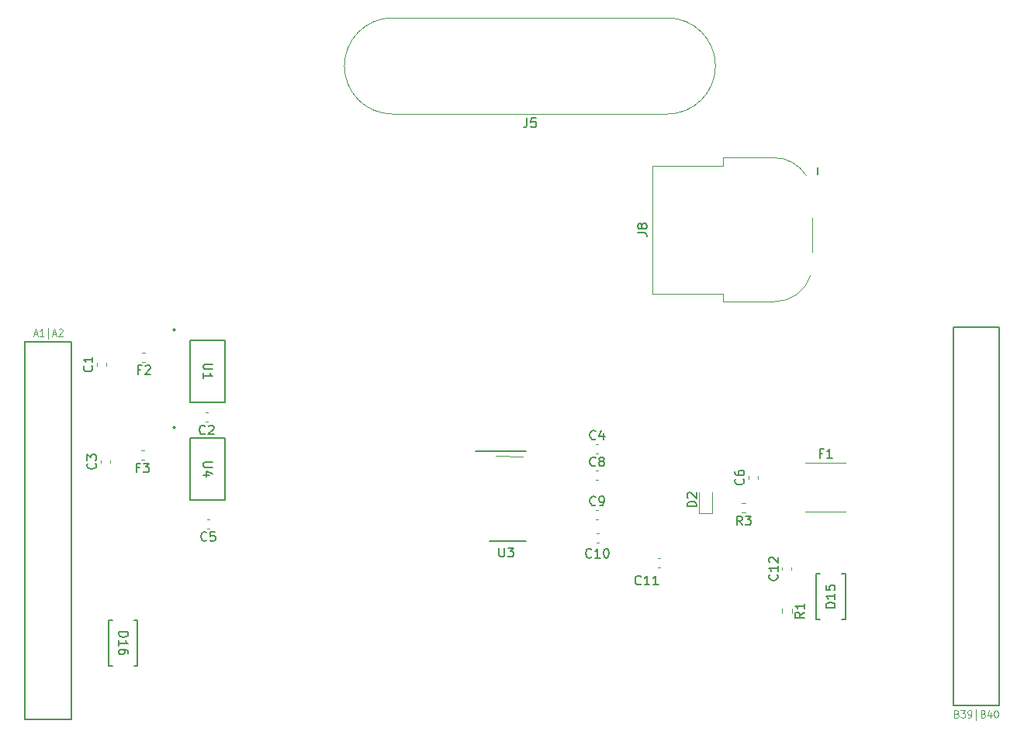
<source format=gbr>
%TF.GenerationSoftware,KiCad,Pcbnew,7.0.7*%
%TF.CreationDate,2024-02-25T13:36:01-08:00*%
%TF.ProjectId,Power-board,506f7765-722d-4626-9f61-72642e6b6963,rev?*%
%TF.SameCoordinates,Original*%
%TF.FileFunction,Legend,Top*%
%TF.FilePolarity,Positive*%
%FSLAX46Y46*%
G04 Gerber Fmt 4.6, Leading zero omitted, Abs format (unit mm)*
G04 Created by KiCad (PCBNEW 7.0.7) date 2024-02-25 13:36:01*
%MOMM*%
%LPD*%
G01*
G04 APERTURE LIST*
%ADD10C,0.150000*%
%ADD11C,0.084375*%
%ADD12C,0.120000*%
%ADD13C,0.152400*%
%ADD14C,0.200000*%
%ADD15C,0.100000*%
%ADD16C,0.127000*%
G04 APERTURE END LIST*
D10*
X131513333Y-78504680D02*
X131465714Y-78552300D01*
X131465714Y-78552300D02*
X131322857Y-78599919D01*
X131322857Y-78599919D02*
X131227619Y-78599919D01*
X131227619Y-78599919D02*
X131084762Y-78552300D01*
X131084762Y-78552300D02*
X130989524Y-78457061D01*
X130989524Y-78457061D02*
X130941905Y-78361823D01*
X130941905Y-78361823D02*
X130894286Y-78171347D01*
X130894286Y-78171347D02*
X130894286Y-78028490D01*
X130894286Y-78028490D02*
X130941905Y-77838014D01*
X130941905Y-77838014D02*
X130989524Y-77742776D01*
X130989524Y-77742776D02*
X131084762Y-77647538D01*
X131084762Y-77647538D02*
X131227619Y-77599919D01*
X131227619Y-77599919D02*
X131322857Y-77599919D01*
X131322857Y-77599919D02*
X131465714Y-77647538D01*
X131465714Y-77647538D02*
X131513333Y-77695157D01*
X132370476Y-77933252D02*
X132370476Y-78599919D01*
X132132381Y-77552300D02*
X131894286Y-78266585D01*
X131894286Y-78266585D02*
X132513333Y-78266585D01*
X142522819Y-85896594D02*
X141522819Y-85896594D01*
X141522819Y-85896594D02*
X141522819Y-85658499D01*
X141522819Y-85658499D02*
X141570438Y-85515642D01*
X141570438Y-85515642D02*
X141665676Y-85420404D01*
X141665676Y-85420404D02*
X141760914Y-85372785D01*
X141760914Y-85372785D02*
X141951390Y-85325166D01*
X141951390Y-85325166D02*
X142094247Y-85325166D01*
X142094247Y-85325166D02*
X142284723Y-85372785D01*
X142284723Y-85372785D02*
X142379961Y-85420404D01*
X142379961Y-85420404D02*
X142475200Y-85515642D01*
X142475200Y-85515642D02*
X142522819Y-85658499D01*
X142522819Y-85658499D02*
X142522819Y-85896594D01*
X141618057Y-84944213D02*
X141570438Y-84896594D01*
X141570438Y-84896594D02*
X141522819Y-84801356D01*
X141522819Y-84801356D02*
X141522819Y-84563261D01*
X141522819Y-84563261D02*
X141570438Y-84468023D01*
X141570438Y-84468023D02*
X141618057Y-84420404D01*
X141618057Y-84420404D02*
X141713295Y-84372785D01*
X141713295Y-84372785D02*
X141808533Y-84372785D01*
X141808533Y-84372785D02*
X141951390Y-84420404D01*
X141951390Y-84420404D02*
X142522819Y-84991832D01*
X142522819Y-84991832D02*
X142522819Y-84372785D01*
X89058333Y-89589580D02*
X89010714Y-89637200D01*
X89010714Y-89637200D02*
X88867857Y-89684819D01*
X88867857Y-89684819D02*
X88772619Y-89684819D01*
X88772619Y-89684819D02*
X88629762Y-89637200D01*
X88629762Y-89637200D02*
X88534524Y-89541961D01*
X88534524Y-89541961D02*
X88486905Y-89446723D01*
X88486905Y-89446723D02*
X88439286Y-89256247D01*
X88439286Y-89256247D02*
X88439286Y-89113390D01*
X88439286Y-89113390D02*
X88486905Y-88922914D01*
X88486905Y-88922914D02*
X88534524Y-88827676D01*
X88534524Y-88827676D02*
X88629762Y-88732438D01*
X88629762Y-88732438D02*
X88772619Y-88684819D01*
X88772619Y-88684819D02*
X88867857Y-88684819D01*
X88867857Y-88684819D02*
X89010714Y-88732438D01*
X89010714Y-88732438D02*
X89058333Y-88780057D01*
X89963095Y-88684819D02*
X89486905Y-88684819D01*
X89486905Y-88684819D02*
X89439286Y-89161009D01*
X89439286Y-89161009D02*
X89486905Y-89113390D01*
X89486905Y-89113390D02*
X89582143Y-89065771D01*
X89582143Y-89065771D02*
X89820238Y-89065771D01*
X89820238Y-89065771D02*
X89915476Y-89113390D01*
X89915476Y-89113390D02*
X89963095Y-89161009D01*
X89963095Y-89161009D02*
X90010714Y-89256247D01*
X90010714Y-89256247D02*
X90010714Y-89494342D01*
X90010714Y-89494342D02*
X89963095Y-89589580D01*
X89963095Y-89589580D02*
X89915476Y-89637200D01*
X89915476Y-89637200D02*
X89820238Y-89684819D01*
X89820238Y-89684819D02*
X89582143Y-89684819D01*
X89582143Y-89684819D02*
X89486905Y-89637200D01*
X89486905Y-89637200D02*
X89439286Y-89589580D01*
X76529580Y-70541666D02*
X76577200Y-70589285D01*
X76577200Y-70589285D02*
X76624819Y-70732142D01*
X76624819Y-70732142D02*
X76624819Y-70827380D01*
X76624819Y-70827380D02*
X76577200Y-70970237D01*
X76577200Y-70970237D02*
X76481961Y-71065475D01*
X76481961Y-71065475D02*
X76386723Y-71113094D01*
X76386723Y-71113094D02*
X76196247Y-71160713D01*
X76196247Y-71160713D02*
X76053390Y-71160713D01*
X76053390Y-71160713D02*
X75862914Y-71113094D01*
X75862914Y-71113094D02*
X75767676Y-71065475D01*
X75767676Y-71065475D02*
X75672438Y-70970237D01*
X75672438Y-70970237D02*
X75624819Y-70827380D01*
X75624819Y-70827380D02*
X75624819Y-70732142D01*
X75624819Y-70732142D02*
X75672438Y-70589285D01*
X75672438Y-70589285D02*
X75720057Y-70541666D01*
X76624819Y-69589285D02*
X76624819Y-70160713D01*
X76624819Y-69874999D02*
X75624819Y-69874999D01*
X75624819Y-69874999D02*
X75767676Y-69970237D01*
X75767676Y-69970237D02*
X75862914Y-70065475D01*
X75862914Y-70065475D02*
X75910533Y-70160713D01*
X81879166Y-70961009D02*
X81545833Y-70961009D01*
X81545833Y-71484819D02*
X81545833Y-70484819D01*
X81545833Y-70484819D02*
X82022023Y-70484819D01*
X82355357Y-70580057D02*
X82402976Y-70532438D01*
X82402976Y-70532438D02*
X82498214Y-70484819D01*
X82498214Y-70484819D02*
X82736309Y-70484819D01*
X82736309Y-70484819D02*
X82831547Y-70532438D01*
X82831547Y-70532438D02*
X82879166Y-70580057D01*
X82879166Y-70580057D02*
X82926785Y-70675295D01*
X82926785Y-70675295D02*
X82926785Y-70770533D01*
X82926785Y-70770533D02*
X82879166Y-70913390D01*
X82879166Y-70913390D02*
X82307738Y-71484819D01*
X82307738Y-71484819D02*
X82926785Y-71484819D01*
X151329580Y-93339857D02*
X151377200Y-93387476D01*
X151377200Y-93387476D02*
X151424819Y-93530333D01*
X151424819Y-93530333D02*
X151424819Y-93625571D01*
X151424819Y-93625571D02*
X151377200Y-93768428D01*
X151377200Y-93768428D02*
X151281961Y-93863666D01*
X151281961Y-93863666D02*
X151186723Y-93911285D01*
X151186723Y-93911285D02*
X150996247Y-93958904D01*
X150996247Y-93958904D02*
X150853390Y-93958904D01*
X150853390Y-93958904D02*
X150662914Y-93911285D01*
X150662914Y-93911285D02*
X150567676Y-93863666D01*
X150567676Y-93863666D02*
X150472438Y-93768428D01*
X150472438Y-93768428D02*
X150424819Y-93625571D01*
X150424819Y-93625571D02*
X150424819Y-93530333D01*
X150424819Y-93530333D02*
X150472438Y-93387476D01*
X150472438Y-93387476D02*
X150520057Y-93339857D01*
X151424819Y-92387476D02*
X151424819Y-92958904D01*
X151424819Y-92673190D02*
X150424819Y-92673190D01*
X150424819Y-92673190D02*
X150567676Y-92768428D01*
X150567676Y-92768428D02*
X150662914Y-92863666D01*
X150662914Y-92863666D02*
X150710533Y-92958904D01*
X150520057Y-92006523D02*
X150472438Y-91958904D01*
X150472438Y-91958904D02*
X150424819Y-91863666D01*
X150424819Y-91863666D02*
X150424819Y-91625571D01*
X150424819Y-91625571D02*
X150472438Y-91530333D01*
X150472438Y-91530333D02*
X150520057Y-91482714D01*
X150520057Y-91482714D02*
X150615295Y-91435095D01*
X150615295Y-91435095D02*
X150710533Y-91435095D01*
X150710533Y-91435095D02*
X150853390Y-91482714D01*
X150853390Y-91482714D02*
X151424819Y-92054142D01*
X151424819Y-92054142D02*
X151424819Y-91435095D01*
X79495180Y-99595514D02*
X80495180Y-99595514D01*
X80495180Y-99595514D02*
X80495180Y-99833609D01*
X80495180Y-99833609D02*
X80447561Y-99976466D01*
X80447561Y-99976466D02*
X80352323Y-100071704D01*
X80352323Y-100071704D02*
X80257085Y-100119323D01*
X80257085Y-100119323D02*
X80066609Y-100166942D01*
X80066609Y-100166942D02*
X79923752Y-100166942D01*
X79923752Y-100166942D02*
X79733276Y-100119323D01*
X79733276Y-100119323D02*
X79638038Y-100071704D01*
X79638038Y-100071704D02*
X79542800Y-99976466D01*
X79542800Y-99976466D02*
X79495180Y-99833609D01*
X79495180Y-99833609D02*
X79495180Y-99595514D01*
X79495180Y-101119323D02*
X79495180Y-100547895D01*
X79495180Y-100833609D02*
X80495180Y-100833609D01*
X80495180Y-100833609D02*
X80352323Y-100738371D01*
X80352323Y-100738371D02*
X80257085Y-100643133D01*
X80257085Y-100643133D02*
X80209466Y-100547895D01*
X80495180Y-101976466D02*
X80495180Y-101785990D01*
X80495180Y-101785990D02*
X80447561Y-101690752D01*
X80447561Y-101690752D02*
X80399942Y-101643133D01*
X80399942Y-101643133D02*
X80257085Y-101547895D01*
X80257085Y-101547895D02*
X80066609Y-101500276D01*
X80066609Y-101500276D02*
X79685657Y-101500276D01*
X79685657Y-101500276D02*
X79590419Y-101547895D01*
X79590419Y-101547895D02*
X79542800Y-101595514D01*
X79542800Y-101595514D02*
X79495180Y-101690752D01*
X79495180Y-101690752D02*
X79495180Y-101881228D01*
X79495180Y-101881228D02*
X79542800Y-101976466D01*
X79542800Y-101976466D02*
X79590419Y-102024085D01*
X79590419Y-102024085D02*
X79685657Y-102071704D01*
X79685657Y-102071704D02*
X79923752Y-102071704D01*
X79923752Y-102071704D02*
X80018990Y-102024085D01*
X80018990Y-102024085D02*
X80066609Y-101976466D01*
X80066609Y-101976466D02*
X80114228Y-101881228D01*
X80114228Y-101881228D02*
X80114228Y-101690752D01*
X80114228Y-101690752D02*
X80066609Y-101595514D01*
X80066609Y-101595514D02*
X80018990Y-101547895D01*
X80018990Y-101547895D02*
X79923752Y-101500276D01*
X154284819Y-97448666D02*
X153808628Y-97781999D01*
X154284819Y-98020094D02*
X153284819Y-98020094D01*
X153284819Y-98020094D02*
X153284819Y-97639142D01*
X153284819Y-97639142D02*
X153332438Y-97543904D01*
X153332438Y-97543904D02*
X153380057Y-97496285D01*
X153380057Y-97496285D02*
X153475295Y-97448666D01*
X153475295Y-97448666D02*
X153618152Y-97448666D01*
X153618152Y-97448666D02*
X153713390Y-97496285D01*
X153713390Y-97496285D02*
X153761009Y-97543904D01*
X153761009Y-97543904D02*
X153808628Y-97639142D01*
X153808628Y-97639142D02*
X153808628Y-98020094D01*
X154284819Y-96496285D02*
X154284819Y-97067713D01*
X154284819Y-96781999D02*
X153284819Y-96781999D01*
X153284819Y-96781999D02*
X153427676Y-96877237D01*
X153427676Y-96877237D02*
X153522914Y-96972475D01*
X153522914Y-96972475D02*
X153570533Y-97067713D01*
X120988095Y-90404819D02*
X120988095Y-91214342D01*
X120988095Y-91214342D02*
X121035714Y-91309580D01*
X121035714Y-91309580D02*
X121083333Y-91357200D01*
X121083333Y-91357200D02*
X121178571Y-91404819D01*
X121178571Y-91404819D02*
X121369047Y-91404819D01*
X121369047Y-91404819D02*
X121464285Y-91357200D01*
X121464285Y-91357200D02*
X121511904Y-91309580D01*
X121511904Y-91309580D02*
X121559523Y-91214342D01*
X121559523Y-91214342D02*
X121559523Y-90404819D01*
X121940476Y-90404819D02*
X122559523Y-90404819D01*
X122559523Y-90404819D02*
X122226190Y-90785771D01*
X122226190Y-90785771D02*
X122369047Y-90785771D01*
X122369047Y-90785771D02*
X122464285Y-90833390D01*
X122464285Y-90833390D02*
X122511904Y-90881009D01*
X122511904Y-90881009D02*
X122559523Y-90976247D01*
X122559523Y-90976247D02*
X122559523Y-91214342D01*
X122559523Y-91214342D02*
X122511904Y-91309580D01*
X122511904Y-91309580D02*
X122464285Y-91357200D01*
X122464285Y-91357200D02*
X122369047Y-91404819D01*
X122369047Y-91404819D02*
X122083333Y-91404819D01*
X122083333Y-91404819D02*
X121988095Y-91357200D01*
X121988095Y-91357200D02*
X121940476Y-91309580D01*
X76929580Y-81191666D02*
X76977200Y-81239285D01*
X76977200Y-81239285D02*
X77024819Y-81382142D01*
X77024819Y-81382142D02*
X77024819Y-81477380D01*
X77024819Y-81477380D02*
X76977200Y-81620237D01*
X76977200Y-81620237D02*
X76881961Y-81715475D01*
X76881961Y-81715475D02*
X76786723Y-81763094D01*
X76786723Y-81763094D02*
X76596247Y-81810713D01*
X76596247Y-81810713D02*
X76453390Y-81810713D01*
X76453390Y-81810713D02*
X76262914Y-81763094D01*
X76262914Y-81763094D02*
X76167676Y-81715475D01*
X76167676Y-81715475D02*
X76072438Y-81620237D01*
X76072438Y-81620237D02*
X76024819Y-81477380D01*
X76024819Y-81477380D02*
X76024819Y-81382142D01*
X76024819Y-81382142D02*
X76072438Y-81239285D01*
X76072438Y-81239285D02*
X76120057Y-81191666D01*
X76024819Y-80858332D02*
X76024819Y-80239285D01*
X76024819Y-80239285D02*
X76405771Y-80572618D01*
X76405771Y-80572618D02*
X76405771Y-80429761D01*
X76405771Y-80429761D02*
X76453390Y-80334523D01*
X76453390Y-80334523D02*
X76501009Y-80286904D01*
X76501009Y-80286904D02*
X76596247Y-80239285D01*
X76596247Y-80239285D02*
X76834342Y-80239285D01*
X76834342Y-80239285D02*
X76929580Y-80286904D01*
X76929580Y-80286904D02*
X76977200Y-80334523D01*
X76977200Y-80334523D02*
X77024819Y-80429761D01*
X77024819Y-80429761D02*
X77024819Y-80715475D01*
X77024819Y-80715475D02*
X76977200Y-80810713D01*
X76977200Y-80810713D02*
X76929580Y-80858332D01*
X131513333Y-85704680D02*
X131465714Y-85752300D01*
X131465714Y-85752300D02*
X131322857Y-85799919D01*
X131322857Y-85799919D02*
X131227619Y-85799919D01*
X131227619Y-85799919D02*
X131084762Y-85752300D01*
X131084762Y-85752300D02*
X130989524Y-85657061D01*
X130989524Y-85657061D02*
X130941905Y-85561823D01*
X130941905Y-85561823D02*
X130894286Y-85371347D01*
X130894286Y-85371347D02*
X130894286Y-85228490D01*
X130894286Y-85228490D02*
X130941905Y-85038014D01*
X130941905Y-85038014D02*
X130989524Y-84942776D01*
X130989524Y-84942776D02*
X131084762Y-84847538D01*
X131084762Y-84847538D02*
X131227619Y-84799919D01*
X131227619Y-84799919D02*
X131322857Y-84799919D01*
X131322857Y-84799919D02*
X131465714Y-84847538D01*
X131465714Y-84847538D02*
X131513333Y-84895157D01*
X131989524Y-85799919D02*
X132180000Y-85799919D01*
X132180000Y-85799919D02*
X132275238Y-85752300D01*
X132275238Y-85752300D02*
X132322857Y-85704680D01*
X132322857Y-85704680D02*
X132418095Y-85561823D01*
X132418095Y-85561823D02*
X132465714Y-85371347D01*
X132465714Y-85371347D02*
X132465714Y-84990395D01*
X132465714Y-84990395D02*
X132418095Y-84895157D01*
X132418095Y-84895157D02*
X132370476Y-84847538D01*
X132370476Y-84847538D02*
X132275238Y-84799919D01*
X132275238Y-84799919D02*
X132084762Y-84799919D01*
X132084762Y-84799919D02*
X131989524Y-84847538D01*
X131989524Y-84847538D02*
X131941905Y-84895157D01*
X131941905Y-84895157D02*
X131894286Y-84990395D01*
X131894286Y-84990395D02*
X131894286Y-85228490D01*
X131894286Y-85228490D02*
X131941905Y-85323728D01*
X131941905Y-85323728D02*
X131989524Y-85371347D01*
X131989524Y-85371347D02*
X132084762Y-85418966D01*
X132084762Y-85418966D02*
X132275238Y-85418966D01*
X132275238Y-85418966D02*
X132370476Y-85371347D01*
X132370476Y-85371347D02*
X132418095Y-85323728D01*
X132418095Y-85323728D02*
X132465714Y-85228490D01*
D11*
X170942856Y-108536659D02*
X171049999Y-108574754D01*
X171049999Y-108574754D02*
X171085713Y-108612850D01*
X171085713Y-108612850D02*
X171121427Y-108689040D01*
X171121427Y-108689040D02*
X171121427Y-108803326D01*
X171121427Y-108803326D02*
X171085713Y-108879516D01*
X171085713Y-108879516D02*
X171049999Y-108917612D01*
X171049999Y-108917612D02*
X170978570Y-108955707D01*
X170978570Y-108955707D02*
X170692856Y-108955707D01*
X170692856Y-108955707D02*
X170692856Y-108155707D01*
X170692856Y-108155707D02*
X170942856Y-108155707D01*
X170942856Y-108155707D02*
X171014285Y-108193802D01*
X171014285Y-108193802D02*
X171049999Y-108231897D01*
X171049999Y-108231897D02*
X171085713Y-108308088D01*
X171085713Y-108308088D02*
X171085713Y-108384278D01*
X171085713Y-108384278D02*
X171049999Y-108460469D01*
X171049999Y-108460469D02*
X171014285Y-108498564D01*
X171014285Y-108498564D02*
X170942856Y-108536659D01*
X170942856Y-108536659D02*
X170692856Y-108536659D01*
X171371427Y-108155707D02*
X171835713Y-108155707D01*
X171835713Y-108155707D02*
X171585713Y-108460469D01*
X171585713Y-108460469D02*
X171692856Y-108460469D01*
X171692856Y-108460469D02*
X171764285Y-108498564D01*
X171764285Y-108498564D02*
X171799999Y-108536659D01*
X171799999Y-108536659D02*
X171835713Y-108612850D01*
X171835713Y-108612850D02*
X171835713Y-108803326D01*
X171835713Y-108803326D02*
X171799999Y-108879516D01*
X171799999Y-108879516D02*
X171764285Y-108917612D01*
X171764285Y-108917612D02*
X171692856Y-108955707D01*
X171692856Y-108955707D02*
X171478570Y-108955707D01*
X171478570Y-108955707D02*
X171407142Y-108917612D01*
X171407142Y-108917612D02*
X171371427Y-108879516D01*
X172192856Y-108955707D02*
X172335713Y-108955707D01*
X172335713Y-108955707D02*
X172407142Y-108917612D01*
X172407142Y-108917612D02*
X172442856Y-108879516D01*
X172442856Y-108879516D02*
X172514285Y-108765231D01*
X172514285Y-108765231D02*
X172549999Y-108612850D01*
X172549999Y-108612850D02*
X172549999Y-108308088D01*
X172549999Y-108308088D02*
X172514285Y-108231897D01*
X172514285Y-108231897D02*
X172478571Y-108193802D01*
X172478571Y-108193802D02*
X172407142Y-108155707D01*
X172407142Y-108155707D02*
X172264285Y-108155707D01*
X172264285Y-108155707D02*
X172192856Y-108193802D01*
X172192856Y-108193802D02*
X172157142Y-108231897D01*
X172157142Y-108231897D02*
X172121428Y-108308088D01*
X172121428Y-108308088D02*
X172121428Y-108498564D01*
X172121428Y-108498564D02*
X172157142Y-108574754D01*
X172157142Y-108574754D02*
X172192856Y-108612850D01*
X172192856Y-108612850D02*
X172264285Y-108650945D01*
X172264285Y-108650945D02*
X172407142Y-108650945D01*
X172407142Y-108650945D02*
X172478571Y-108612850D01*
X172478571Y-108612850D02*
X172514285Y-108574754D01*
X172514285Y-108574754D02*
X172549999Y-108498564D01*
X173049999Y-109222373D02*
X173049999Y-108079516D01*
X173835714Y-108536659D02*
X173942857Y-108574754D01*
X173942857Y-108574754D02*
X173978571Y-108612850D01*
X173978571Y-108612850D02*
X174014285Y-108689040D01*
X174014285Y-108689040D02*
X174014285Y-108803326D01*
X174014285Y-108803326D02*
X173978571Y-108879516D01*
X173978571Y-108879516D02*
X173942857Y-108917612D01*
X173942857Y-108917612D02*
X173871428Y-108955707D01*
X173871428Y-108955707D02*
X173585714Y-108955707D01*
X173585714Y-108955707D02*
X173585714Y-108155707D01*
X173585714Y-108155707D02*
X173835714Y-108155707D01*
X173835714Y-108155707D02*
X173907143Y-108193802D01*
X173907143Y-108193802D02*
X173942857Y-108231897D01*
X173942857Y-108231897D02*
X173978571Y-108308088D01*
X173978571Y-108308088D02*
X173978571Y-108384278D01*
X173978571Y-108384278D02*
X173942857Y-108460469D01*
X173942857Y-108460469D02*
X173907143Y-108498564D01*
X173907143Y-108498564D02*
X173835714Y-108536659D01*
X173835714Y-108536659D02*
X173585714Y-108536659D01*
X174657143Y-108422373D02*
X174657143Y-108955707D01*
X174478571Y-108117612D02*
X174300000Y-108689040D01*
X174300000Y-108689040D02*
X174764285Y-108689040D01*
X175192857Y-108155707D02*
X175264286Y-108155707D01*
X175264286Y-108155707D02*
X175335714Y-108193802D01*
X175335714Y-108193802D02*
X175371429Y-108231897D01*
X175371429Y-108231897D02*
X175407143Y-108308088D01*
X175407143Y-108308088D02*
X175442857Y-108460469D01*
X175442857Y-108460469D02*
X175442857Y-108650945D01*
X175442857Y-108650945D02*
X175407143Y-108803326D01*
X175407143Y-108803326D02*
X175371429Y-108879516D01*
X175371429Y-108879516D02*
X175335714Y-108917612D01*
X175335714Y-108917612D02*
X175264286Y-108955707D01*
X175264286Y-108955707D02*
X175192857Y-108955707D01*
X175192857Y-108955707D02*
X175121429Y-108917612D01*
X175121429Y-108917612D02*
X175085714Y-108879516D01*
X175085714Y-108879516D02*
X175050000Y-108803326D01*
X175050000Y-108803326D02*
X175014286Y-108650945D01*
X175014286Y-108650945D02*
X175014286Y-108460469D01*
X175014286Y-108460469D02*
X175050000Y-108308088D01*
X175050000Y-108308088D02*
X175085714Y-108231897D01*
X175085714Y-108231897D02*
X175121429Y-108193802D01*
X175121429Y-108193802D02*
X175192857Y-108155707D01*
X70208571Y-67084066D02*
X70565714Y-67084066D01*
X70137142Y-67312638D02*
X70387142Y-66512638D01*
X70387142Y-66512638D02*
X70637142Y-67312638D01*
X71279999Y-67312638D02*
X70851428Y-67312638D01*
X71065713Y-67312638D02*
X71065713Y-66512638D01*
X71065713Y-66512638D02*
X70994285Y-66626923D01*
X70994285Y-66626923D02*
X70922856Y-66703114D01*
X70922856Y-66703114D02*
X70851428Y-66741209D01*
X71779999Y-67579304D02*
X71779999Y-66436447D01*
X72280000Y-67084066D02*
X72637143Y-67084066D01*
X72208571Y-67312638D02*
X72458571Y-66512638D01*
X72458571Y-66512638D02*
X72708571Y-67312638D01*
X72922857Y-66588828D02*
X72958571Y-66550733D01*
X72958571Y-66550733D02*
X73030000Y-66512638D01*
X73030000Y-66512638D02*
X73208571Y-66512638D01*
X73208571Y-66512638D02*
X73280000Y-66550733D01*
X73280000Y-66550733D02*
X73315714Y-66588828D01*
X73315714Y-66588828D02*
X73351428Y-66665019D01*
X73351428Y-66665019D02*
X73351428Y-66741209D01*
X73351428Y-66741209D02*
X73315714Y-66855495D01*
X73315714Y-66855495D02*
X72887142Y-67312638D01*
X72887142Y-67312638D02*
X73351428Y-67312638D01*
D10*
X156299166Y-80071009D02*
X155965833Y-80071009D01*
X155965833Y-80594819D02*
X155965833Y-79594819D01*
X155965833Y-79594819D02*
X156442023Y-79594819D01*
X157346785Y-80594819D02*
X156775357Y-80594819D01*
X157061071Y-80594819D02*
X157061071Y-79594819D01*
X157061071Y-79594819D02*
X156965833Y-79737676D01*
X156965833Y-79737676D02*
X156870595Y-79832914D01*
X156870595Y-79832914D02*
X156775357Y-79880533D01*
X81730166Y-81647009D02*
X81396833Y-81647009D01*
X81396833Y-82170819D02*
X81396833Y-81170819D01*
X81396833Y-81170819D02*
X81873023Y-81170819D01*
X82158738Y-81170819D02*
X82777785Y-81170819D01*
X82777785Y-81170819D02*
X82444452Y-81551771D01*
X82444452Y-81551771D02*
X82587309Y-81551771D01*
X82587309Y-81551771D02*
X82682547Y-81599390D01*
X82682547Y-81599390D02*
X82730166Y-81647009D01*
X82730166Y-81647009D02*
X82777785Y-81742247D01*
X82777785Y-81742247D02*
X82777785Y-81980342D01*
X82777785Y-81980342D02*
X82730166Y-82075580D01*
X82730166Y-82075580D02*
X82682547Y-82123200D01*
X82682547Y-82123200D02*
X82587309Y-82170819D01*
X82587309Y-82170819D02*
X82301595Y-82170819D01*
X82301595Y-82170819D02*
X82206357Y-82123200D01*
X82206357Y-82123200D02*
X82158738Y-82075580D01*
X136116819Y-56003333D02*
X136831104Y-56003333D01*
X136831104Y-56003333D02*
X136973961Y-56050952D01*
X136973961Y-56050952D02*
X137069200Y-56146190D01*
X137069200Y-56146190D02*
X137116819Y-56289047D01*
X137116819Y-56289047D02*
X137116819Y-56384285D01*
X136545390Y-55384285D02*
X136497771Y-55479523D01*
X136497771Y-55479523D02*
X136450152Y-55527142D01*
X136450152Y-55527142D02*
X136354914Y-55574761D01*
X136354914Y-55574761D02*
X136307295Y-55574761D01*
X136307295Y-55574761D02*
X136212057Y-55527142D01*
X136212057Y-55527142D02*
X136164438Y-55479523D01*
X136164438Y-55479523D02*
X136116819Y-55384285D01*
X136116819Y-55384285D02*
X136116819Y-55193809D01*
X136116819Y-55193809D02*
X136164438Y-55098571D01*
X136164438Y-55098571D02*
X136212057Y-55050952D01*
X136212057Y-55050952D02*
X136307295Y-55003333D01*
X136307295Y-55003333D02*
X136354914Y-55003333D01*
X136354914Y-55003333D02*
X136450152Y-55050952D01*
X136450152Y-55050952D02*
X136497771Y-55098571D01*
X136497771Y-55098571D02*
X136545390Y-55193809D01*
X136545390Y-55193809D02*
X136545390Y-55384285D01*
X136545390Y-55384285D02*
X136593009Y-55479523D01*
X136593009Y-55479523D02*
X136640628Y-55527142D01*
X136640628Y-55527142D02*
X136735866Y-55574761D01*
X136735866Y-55574761D02*
X136926342Y-55574761D01*
X136926342Y-55574761D02*
X137021580Y-55527142D01*
X137021580Y-55527142D02*
X137069200Y-55479523D01*
X137069200Y-55479523D02*
X137116819Y-55384285D01*
X137116819Y-55384285D02*
X137116819Y-55193809D01*
X137116819Y-55193809D02*
X137069200Y-55098571D01*
X137069200Y-55098571D02*
X137021580Y-55050952D01*
X137021580Y-55050952D02*
X136926342Y-55003333D01*
X136926342Y-55003333D02*
X136735866Y-55003333D01*
X136735866Y-55003333D02*
X136640628Y-55050952D01*
X136640628Y-55050952D02*
X136593009Y-55098571D01*
X136593009Y-55098571D02*
X136545390Y-55193809D01*
X155735866Y-49650951D02*
X155735866Y-48889047D01*
X136457142Y-94359580D02*
X136409523Y-94407200D01*
X136409523Y-94407200D02*
X136266666Y-94454819D01*
X136266666Y-94454819D02*
X136171428Y-94454819D01*
X136171428Y-94454819D02*
X136028571Y-94407200D01*
X136028571Y-94407200D02*
X135933333Y-94311961D01*
X135933333Y-94311961D02*
X135885714Y-94216723D01*
X135885714Y-94216723D02*
X135838095Y-94026247D01*
X135838095Y-94026247D02*
X135838095Y-93883390D01*
X135838095Y-93883390D02*
X135885714Y-93692914D01*
X135885714Y-93692914D02*
X135933333Y-93597676D01*
X135933333Y-93597676D02*
X136028571Y-93502438D01*
X136028571Y-93502438D02*
X136171428Y-93454819D01*
X136171428Y-93454819D02*
X136266666Y-93454819D01*
X136266666Y-93454819D02*
X136409523Y-93502438D01*
X136409523Y-93502438D02*
X136457142Y-93550057D01*
X137409523Y-94454819D02*
X136838095Y-94454819D01*
X137123809Y-94454819D02*
X137123809Y-93454819D01*
X137123809Y-93454819D02*
X137028571Y-93597676D01*
X137028571Y-93597676D02*
X136933333Y-93692914D01*
X136933333Y-93692914D02*
X136838095Y-93740533D01*
X138361904Y-94454819D02*
X137790476Y-94454819D01*
X138076190Y-94454819D02*
X138076190Y-93454819D01*
X138076190Y-93454819D02*
X137980952Y-93597676D01*
X137980952Y-93597676D02*
X137885714Y-93692914D01*
X137885714Y-93692914D02*
X137790476Y-93740533D01*
X147629580Y-82891666D02*
X147677200Y-82939285D01*
X147677200Y-82939285D02*
X147724819Y-83082142D01*
X147724819Y-83082142D02*
X147724819Y-83177380D01*
X147724819Y-83177380D02*
X147677200Y-83320237D01*
X147677200Y-83320237D02*
X147581961Y-83415475D01*
X147581961Y-83415475D02*
X147486723Y-83463094D01*
X147486723Y-83463094D02*
X147296247Y-83510713D01*
X147296247Y-83510713D02*
X147153390Y-83510713D01*
X147153390Y-83510713D02*
X146962914Y-83463094D01*
X146962914Y-83463094D02*
X146867676Y-83415475D01*
X146867676Y-83415475D02*
X146772438Y-83320237D01*
X146772438Y-83320237D02*
X146724819Y-83177380D01*
X146724819Y-83177380D02*
X146724819Y-83082142D01*
X146724819Y-83082142D02*
X146772438Y-82939285D01*
X146772438Y-82939285D02*
X146820057Y-82891666D01*
X146724819Y-82034523D02*
X146724819Y-82224999D01*
X146724819Y-82224999D02*
X146772438Y-82320237D01*
X146772438Y-82320237D02*
X146820057Y-82367856D01*
X146820057Y-82367856D02*
X146962914Y-82463094D01*
X146962914Y-82463094D02*
X147153390Y-82510713D01*
X147153390Y-82510713D02*
X147534342Y-82510713D01*
X147534342Y-82510713D02*
X147629580Y-82463094D01*
X147629580Y-82463094D02*
X147677200Y-82415475D01*
X147677200Y-82415475D02*
X147724819Y-82320237D01*
X147724819Y-82320237D02*
X147724819Y-82129761D01*
X147724819Y-82129761D02*
X147677200Y-82034523D01*
X147677200Y-82034523D02*
X147629580Y-81986904D01*
X147629580Y-81986904D02*
X147534342Y-81939285D01*
X147534342Y-81939285D02*
X147296247Y-81939285D01*
X147296247Y-81939285D02*
X147201009Y-81986904D01*
X147201009Y-81986904D02*
X147153390Y-82034523D01*
X147153390Y-82034523D02*
X147105771Y-82129761D01*
X147105771Y-82129761D02*
X147105771Y-82320237D01*
X147105771Y-82320237D02*
X147153390Y-82415475D01*
X147153390Y-82415475D02*
X147201009Y-82463094D01*
X147201009Y-82463094D02*
X147296247Y-82510713D01*
X89715180Y-70348095D02*
X88905657Y-70348095D01*
X88905657Y-70348095D02*
X88810419Y-70395714D01*
X88810419Y-70395714D02*
X88762800Y-70443333D01*
X88762800Y-70443333D02*
X88715180Y-70538571D01*
X88715180Y-70538571D02*
X88715180Y-70729047D01*
X88715180Y-70729047D02*
X88762800Y-70824285D01*
X88762800Y-70824285D02*
X88810419Y-70871904D01*
X88810419Y-70871904D02*
X88905657Y-70919523D01*
X88905657Y-70919523D02*
X89715180Y-70919523D01*
X88715180Y-71919523D02*
X88715180Y-71348095D01*
X88715180Y-71633809D02*
X89715180Y-71633809D01*
X89715180Y-71633809D02*
X89572323Y-71538571D01*
X89572323Y-71538571D02*
X89477085Y-71443333D01*
X89477085Y-71443333D02*
X89429466Y-71348095D01*
X131057142Y-91409580D02*
X131009523Y-91457200D01*
X131009523Y-91457200D02*
X130866666Y-91504819D01*
X130866666Y-91504819D02*
X130771428Y-91504819D01*
X130771428Y-91504819D02*
X130628571Y-91457200D01*
X130628571Y-91457200D02*
X130533333Y-91361961D01*
X130533333Y-91361961D02*
X130485714Y-91266723D01*
X130485714Y-91266723D02*
X130438095Y-91076247D01*
X130438095Y-91076247D02*
X130438095Y-90933390D01*
X130438095Y-90933390D02*
X130485714Y-90742914D01*
X130485714Y-90742914D02*
X130533333Y-90647676D01*
X130533333Y-90647676D02*
X130628571Y-90552438D01*
X130628571Y-90552438D02*
X130771428Y-90504819D01*
X130771428Y-90504819D02*
X130866666Y-90504819D01*
X130866666Y-90504819D02*
X131009523Y-90552438D01*
X131009523Y-90552438D02*
X131057142Y-90600057D01*
X132009523Y-91504819D02*
X131438095Y-91504819D01*
X131723809Y-91504819D02*
X131723809Y-90504819D01*
X131723809Y-90504819D02*
X131628571Y-90647676D01*
X131628571Y-90647676D02*
X131533333Y-90742914D01*
X131533333Y-90742914D02*
X131438095Y-90790533D01*
X132628571Y-90504819D02*
X132723809Y-90504819D01*
X132723809Y-90504819D02*
X132819047Y-90552438D01*
X132819047Y-90552438D02*
X132866666Y-90600057D01*
X132866666Y-90600057D02*
X132914285Y-90695295D01*
X132914285Y-90695295D02*
X132961904Y-90885771D01*
X132961904Y-90885771D02*
X132961904Y-91123866D01*
X132961904Y-91123866D02*
X132914285Y-91314342D01*
X132914285Y-91314342D02*
X132866666Y-91409580D01*
X132866666Y-91409580D02*
X132819047Y-91457200D01*
X132819047Y-91457200D02*
X132723809Y-91504819D01*
X132723809Y-91504819D02*
X132628571Y-91504819D01*
X132628571Y-91504819D02*
X132533333Y-91457200D01*
X132533333Y-91457200D02*
X132485714Y-91409580D01*
X132485714Y-91409580D02*
X132438095Y-91314342D01*
X132438095Y-91314342D02*
X132390476Y-91123866D01*
X132390476Y-91123866D02*
X132390476Y-90885771D01*
X132390476Y-90885771D02*
X132438095Y-90695295D01*
X132438095Y-90695295D02*
X132485714Y-90600057D01*
X132485714Y-90600057D02*
X132533333Y-90552438D01*
X132533333Y-90552438D02*
X132628571Y-90504819D01*
X147508333Y-87934819D02*
X147175000Y-87458628D01*
X146936905Y-87934819D02*
X146936905Y-86934819D01*
X146936905Y-86934819D02*
X147317857Y-86934819D01*
X147317857Y-86934819D02*
X147413095Y-86982438D01*
X147413095Y-86982438D02*
X147460714Y-87030057D01*
X147460714Y-87030057D02*
X147508333Y-87125295D01*
X147508333Y-87125295D02*
X147508333Y-87268152D01*
X147508333Y-87268152D02*
X147460714Y-87363390D01*
X147460714Y-87363390D02*
X147413095Y-87411009D01*
X147413095Y-87411009D02*
X147317857Y-87458628D01*
X147317857Y-87458628D02*
X146936905Y-87458628D01*
X147841667Y-86934819D02*
X148460714Y-86934819D01*
X148460714Y-86934819D02*
X148127381Y-87315771D01*
X148127381Y-87315771D02*
X148270238Y-87315771D01*
X148270238Y-87315771D02*
X148365476Y-87363390D01*
X148365476Y-87363390D02*
X148413095Y-87411009D01*
X148413095Y-87411009D02*
X148460714Y-87506247D01*
X148460714Y-87506247D02*
X148460714Y-87744342D01*
X148460714Y-87744342D02*
X148413095Y-87839580D01*
X148413095Y-87839580D02*
X148365476Y-87887200D01*
X148365476Y-87887200D02*
X148270238Y-87934819D01*
X148270238Y-87934819D02*
X147984524Y-87934819D01*
X147984524Y-87934819D02*
X147889286Y-87887200D01*
X147889286Y-87887200D02*
X147841667Y-87839580D01*
X131513333Y-81408680D02*
X131465714Y-81456300D01*
X131465714Y-81456300D02*
X131322857Y-81503919D01*
X131322857Y-81503919D02*
X131227619Y-81503919D01*
X131227619Y-81503919D02*
X131084762Y-81456300D01*
X131084762Y-81456300D02*
X130989524Y-81361061D01*
X130989524Y-81361061D02*
X130941905Y-81265823D01*
X130941905Y-81265823D02*
X130894286Y-81075347D01*
X130894286Y-81075347D02*
X130894286Y-80932490D01*
X130894286Y-80932490D02*
X130941905Y-80742014D01*
X130941905Y-80742014D02*
X130989524Y-80646776D01*
X130989524Y-80646776D02*
X131084762Y-80551538D01*
X131084762Y-80551538D02*
X131227619Y-80503919D01*
X131227619Y-80503919D02*
X131322857Y-80503919D01*
X131322857Y-80503919D02*
X131465714Y-80551538D01*
X131465714Y-80551538D02*
X131513333Y-80599157D01*
X132084762Y-80932490D02*
X131989524Y-80884871D01*
X131989524Y-80884871D02*
X131941905Y-80837252D01*
X131941905Y-80837252D02*
X131894286Y-80742014D01*
X131894286Y-80742014D02*
X131894286Y-80694395D01*
X131894286Y-80694395D02*
X131941905Y-80599157D01*
X131941905Y-80599157D02*
X131989524Y-80551538D01*
X131989524Y-80551538D02*
X132084762Y-80503919D01*
X132084762Y-80503919D02*
X132275238Y-80503919D01*
X132275238Y-80503919D02*
X132370476Y-80551538D01*
X132370476Y-80551538D02*
X132418095Y-80599157D01*
X132418095Y-80599157D02*
X132465714Y-80694395D01*
X132465714Y-80694395D02*
X132465714Y-80742014D01*
X132465714Y-80742014D02*
X132418095Y-80837252D01*
X132418095Y-80837252D02*
X132370476Y-80884871D01*
X132370476Y-80884871D02*
X132275238Y-80932490D01*
X132275238Y-80932490D02*
X132084762Y-80932490D01*
X132084762Y-80932490D02*
X131989524Y-80980109D01*
X131989524Y-80980109D02*
X131941905Y-81027728D01*
X131941905Y-81027728D02*
X131894286Y-81122966D01*
X131894286Y-81122966D02*
X131894286Y-81313442D01*
X131894286Y-81313442D02*
X131941905Y-81408680D01*
X131941905Y-81408680D02*
X131989524Y-81456300D01*
X131989524Y-81456300D02*
X132084762Y-81503919D01*
X132084762Y-81503919D02*
X132275238Y-81503919D01*
X132275238Y-81503919D02*
X132370476Y-81456300D01*
X132370476Y-81456300D02*
X132418095Y-81408680D01*
X132418095Y-81408680D02*
X132465714Y-81313442D01*
X132465714Y-81313442D02*
X132465714Y-81122966D01*
X132465714Y-81122966D02*
X132418095Y-81027728D01*
X132418095Y-81027728D02*
X132370476Y-80980109D01*
X132370476Y-80980109D02*
X132275238Y-80932490D01*
X124031666Y-43476819D02*
X124031666Y-44191104D01*
X124031666Y-44191104D02*
X123984047Y-44333961D01*
X123984047Y-44333961D02*
X123888809Y-44429200D01*
X123888809Y-44429200D02*
X123745952Y-44476819D01*
X123745952Y-44476819D02*
X123650714Y-44476819D01*
X124984047Y-43476819D02*
X124507857Y-43476819D01*
X124507857Y-43476819D02*
X124460238Y-43953009D01*
X124460238Y-43953009D02*
X124507857Y-43905390D01*
X124507857Y-43905390D02*
X124603095Y-43857771D01*
X124603095Y-43857771D02*
X124841190Y-43857771D01*
X124841190Y-43857771D02*
X124936428Y-43905390D01*
X124936428Y-43905390D02*
X124984047Y-43953009D01*
X124984047Y-43953009D02*
X125031666Y-44048247D01*
X125031666Y-44048247D02*
X125031666Y-44286342D01*
X125031666Y-44286342D02*
X124984047Y-44381580D01*
X124984047Y-44381580D02*
X124936428Y-44429200D01*
X124936428Y-44429200D02*
X124841190Y-44476819D01*
X124841190Y-44476819D02*
X124603095Y-44476819D01*
X124603095Y-44476819D02*
X124507857Y-44429200D01*
X124507857Y-44429200D02*
X124460238Y-44381580D01*
X157654819Y-96954485D02*
X156654819Y-96954485D01*
X156654819Y-96954485D02*
X156654819Y-96716390D01*
X156654819Y-96716390D02*
X156702438Y-96573533D01*
X156702438Y-96573533D02*
X156797676Y-96478295D01*
X156797676Y-96478295D02*
X156892914Y-96430676D01*
X156892914Y-96430676D02*
X157083390Y-96383057D01*
X157083390Y-96383057D02*
X157226247Y-96383057D01*
X157226247Y-96383057D02*
X157416723Y-96430676D01*
X157416723Y-96430676D02*
X157511961Y-96478295D01*
X157511961Y-96478295D02*
X157607200Y-96573533D01*
X157607200Y-96573533D02*
X157654819Y-96716390D01*
X157654819Y-96716390D02*
X157654819Y-96954485D01*
X157654819Y-95430676D02*
X157654819Y-96002104D01*
X157654819Y-95716390D02*
X156654819Y-95716390D01*
X156654819Y-95716390D02*
X156797676Y-95811628D01*
X156797676Y-95811628D02*
X156892914Y-95906866D01*
X156892914Y-95906866D02*
X156940533Y-96002104D01*
X156654819Y-94525914D02*
X156654819Y-95002104D01*
X156654819Y-95002104D02*
X157131009Y-95049723D01*
X157131009Y-95049723D02*
X157083390Y-95002104D01*
X157083390Y-95002104D02*
X157035771Y-94906866D01*
X157035771Y-94906866D02*
X157035771Y-94668771D01*
X157035771Y-94668771D02*
X157083390Y-94573533D01*
X157083390Y-94573533D02*
X157131009Y-94525914D01*
X157131009Y-94525914D02*
X157226247Y-94478295D01*
X157226247Y-94478295D02*
X157464342Y-94478295D01*
X157464342Y-94478295D02*
X157559580Y-94525914D01*
X157559580Y-94525914D02*
X157607200Y-94573533D01*
X157607200Y-94573533D02*
X157654819Y-94668771D01*
X157654819Y-94668771D02*
X157654819Y-94906866D01*
X157654819Y-94906866D02*
X157607200Y-95002104D01*
X157607200Y-95002104D02*
X157559580Y-95049723D01*
X89695180Y-81048095D02*
X88885657Y-81048095D01*
X88885657Y-81048095D02*
X88790419Y-81095714D01*
X88790419Y-81095714D02*
X88742800Y-81143333D01*
X88742800Y-81143333D02*
X88695180Y-81238571D01*
X88695180Y-81238571D02*
X88695180Y-81429047D01*
X88695180Y-81429047D02*
X88742800Y-81524285D01*
X88742800Y-81524285D02*
X88790419Y-81571904D01*
X88790419Y-81571904D02*
X88885657Y-81619523D01*
X88885657Y-81619523D02*
X89695180Y-81619523D01*
X89361847Y-82524285D02*
X88695180Y-82524285D01*
X89742800Y-82286190D02*
X89028514Y-82048095D01*
X89028514Y-82048095D02*
X89028514Y-82667142D01*
X88908333Y-77939580D02*
X88860714Y-77987200D01*
X88860714Y-77987200D02*
X88717857Y-78034819D01*
X88717857Y-78034819D02*
X88622619Y-78034819D01*
X88622619Y-78034819D02*
X88479762Y-77987200D01*
X88479762Y-77987200D02*
X88384524Y-77891961D01*
X88384524Y-77891961D02*
X88336905Y-77796723D01*
X88336905Y-77796723D02*
X88289286Y-77606247D01*
X88289286Y-77606247D02*
X88289286Y-77463390D01*
X88289286Y-77463390D02*
X88336905Y-77272914D01*
X88336905Y-77272914D02*
X88384524Y-77177676D01*
X88384524Y-77177676D02*
X88479762Y-77082438D01*
X88479762Y-77082438D02*
X88622619Y-77034819D01*
X88622619Y-77034819D02*
X88717857Y-77034819D01*
X88717857Y-77034819D02*
X88860714Y-77082438D01*
X88860714Y-77082438D02*
X88908333Y-77130057D01*
X89289286Y-77130057D02*
X89336905Y-77082438D01*
X89336905Y-77082438D02*
X89432143Y-77034819D01*
X89432143Y-77034819D02*
X89670238Y-77034819D01*
X89670238Y-77034819D02*
X89765476Y-77082438D01*
X89765476Y-77082438D02*
X89813095Y-77130057D01*
X89813095Y-77130057D02*
X89860714Y-77225295D01*
X89860714Y-77225295D02*
X89860714Y-77320533D01*
X89860714Y-77320533D02*
X89813095Y-77463390D01*
X89813095Y-77463390D02*
X89241667Y-78034819D01*
X89241667Y-78034819D02*
X89860714Y-78034819D01*
D12*
%TO.C,C4*%
X131539420Y-79065100D02*
X131820580Y-79065100D01*
X131539420Y-80085100D02*
X131820580Y-80085100D01*
%TO.C,D2*%
X142763000Y-86643500D02*
X144233000Y-86643500D01*
X144233000Y-86643500D02*
X144233000Y-84358500D01*
X142763000Y-84358500D02*
X142763000Y-86643500D01*
%TO.C,C5*%
X89365580Y-88310000D02*
X89084420Y-88310000D01*
X89365580Y-87290000D02*
X89084420Y-87290000D01*
%TO.C,C1*%
X77090000Y-70515580D02*
X77090000Y-70234420D01*
X78110000Y-70515580D02*
X78110000Y-70234420D01*
%TO.C,F2*%
X82375279Y-70110000D02*
X82049721Y-70110000D01*
X82375279Y-69090000D02*
X82049721Y-69090000D01*
%TO.C,C12*%
X151890000Y-92837580D02*
X151890000Y-92556420D01*
X152910000Y-92837580D02*
X152910000Y-92556420D01*
D13*
%TO.C,D16*%
X81537500Y-98307900D02*
X81120940Y-98307900D01*
X78779060Y-98307900D02*
X78362500Y-98307900D01*
X78362500Y-98307900D02*
X78362500Y-103311700D01*
X81537500Y-103311700D02*
X81537500Y-98307900D01*
X81120940Y-103311700D02*
X81537500Y-103311700D01*
X78362500Y-103311700D02*
X78779060Y-103311700D01*
D12*
%TO.C,R1*%
X152922500Y-97044742D02*
X152922500Y-97519258D01*
X151877500Y-97044742D02*
X151877500Y-97519258D01*
D14*
%TO.C,U3*%
X118414999Y-79895100D02*
X123915001Y-79895100D01*
X119914999Y-89695100D02*
X123915001Y-89695100D01*
D15*
X120615000Y-80405100D02*
X123575000Y-80415100D01*
D12*
%TO.C,C3*%
X77490000Y-81165580D02*
X77490000Y-80884420D01*
X78510000Y-81165580D02*
X78510000Y-80884420D01*
%TO.C,C9*%
X131539420Y-86265100D02*
X131820580Y-86265100D01*
X131539420Y-87285100D02*
X131820580Y-87285100D01*
D16*
%TO.C,J1*%
X69240000Y-67866931D02*
X69240000Y-109180131D01*
X69240000Y-67880331D02*
X74288300Y-67880331D01*
X74288300Y-67880331D02*
X74288300Y-109193531D01*
X74288300Y-109193531D02*
X69240000Y-109193531D01*
X170541700Y-66343400D02*
X175558300Y-66343400D01*
X170541700Y-107656600D02*
X170541700Y-66343400D01*
X175558300Y-107656600D02*
X170541700Y-107656600D01*
X175558300Y-107656600D02*
X175558300Y-66343400D01*
D12*
%TO.C,F1*%
X154428748Y-81150000D02*
X158836252Y-81150000D01*
X154428748Y-86490000D02*
X158836252Y-86490000D01*
%TO.C,F3*%
X82226279Y-80796000D02*
X81900721Y-80796000D01*
X82226279Y-79776000D02*
X81900721Y-79776000D01*
%TO.C,J8*%
X145402000Y-63530000D02*
X151012000Y-63530000D01*
X145402000Y-63530000D02*
X145402000Y-62680000D01*
X137702000Y-62680000D02*
X145402000Y-62680000D01*
X137702000Y-62680000D02*
X137702000Y-48660000D01*
X155122000Y-58120000D02*
X155122000Y-54380000D01*
X137702000Y-48660000D02*
X145402000Y-48660000D01*
X145402000Y-48660000D02*
X145402000Y-47810000D01*
X145402000Y-47810000D02*
X151012000Y-47810000D01*
X151012000Y-63529999D02*
G75*
G03*
X154970718Y-60659900I40002J4109997D01*
G01*
X154534958Y-49803194D02*
G75*
G03*
X151012000Y-47810000I-3522958J-2116806D01*
G01*
%TO.C,C11*%
X138565580Y-92560000D02*
X138284420Y-92560000D01*
X138565580Y-91540000D02*
X138284420Y-91540000D01*
%TO.C,C6*%
X148190000Y-82865580D02*
X148190000Y-82584420D01*
X149210000Y-82865580D02*
X149210000Y-82584420D01*
D13*
%TO.C,U1*%
X91049600Y-67731800D02*
X87290400Y-67731800D01*
X87290400Y-67731800D02*
X87290400Y-74488200D01*
X91049600Y-74488200D02*
X91049600Y-67731800D01*
X87290400Y-74488200D02*
X91049600Y-74488200D01*
X85652100Y-66588800D02*
G75*
G03*
X85652100Y-66588800I-127000J0D01*
G01*
D12*
%TO.C,C10*%
X131589420Y-88865100D02*
X131870580Y-88865100D01*
X131589420Y-89885100D02*
X131870580Y-89885100D01*
%TO.C,R3*%
X147912258Y-86572500D02*
X147437742Y-86572500D01*
X147912258Y-85527500D02*
X147437742Y-85527500D01*
%TO.C,C8*%
X131539420Y-81969100D02*
X131820580Y-81969100D01*
X131539420Y-82989100D02*
X131820580Y-82989100D01*
%TO.C,J5*%
X139350000Y-32532000D02*
X109350000Y-32532000D01*
X109350000Y-43032000D02*
X139350000Y-43032000D01*
X139350000Y-43032000D02*
G75*
G03*
X139350000Y-32532000I0J5250000D01*
G01*
X109350000Y-32532000D02*
G75*
G03*
X109350000Y-43032000I0J-5250000D01*
G01*
D13*
%TO.C,D15*%
X155612500Y-98242100D02*
X156029060Y-98242100D01*
X158370940Y-98242100D02*
X158787500Y-98242100D01*
X158787500Y-98242100D02*
X158787500Y-93238300D01*
X155612500Y-93238300D02*
X155612500Y-98242100D01*
X156029060Y-93238300D02*
X155612500Y-93238300D01*
X158787500Y-93238300D02*
X158370940Y-93238300D01*
%TO.C,U4*%
X91029600Y-78431800D02*
X87270400Y-78431800D01*
X87270400Y-78431800D02*
X87270400Y-85188200D01*
X91029600Y-85188200D02*
X91029600Y-78431800D01*
X87270400Y-85188200D02*
X91029600Y-85188200D01*
X85632100Y-77288800D02*
G75*
G03*
X85632100Y-77288800I-127000J0D01*
G01*
D12*
%TO.C,C2*%
X89215580Y-76660000D02*
X88934420Y-76660000D01*
X89215580Y-75640000D02*
X88934420Y-75640000D01*
%TD*%
M02*

</source>
